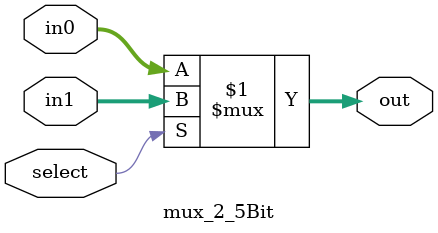
<source format=v>
module mux_2_5Bit(out, select, in0, in1);
    input select;
    input[4:0] in0, in1;
    output[4:0] out;
    assign out = select ? in1 : in0;
endmodule
</source>
